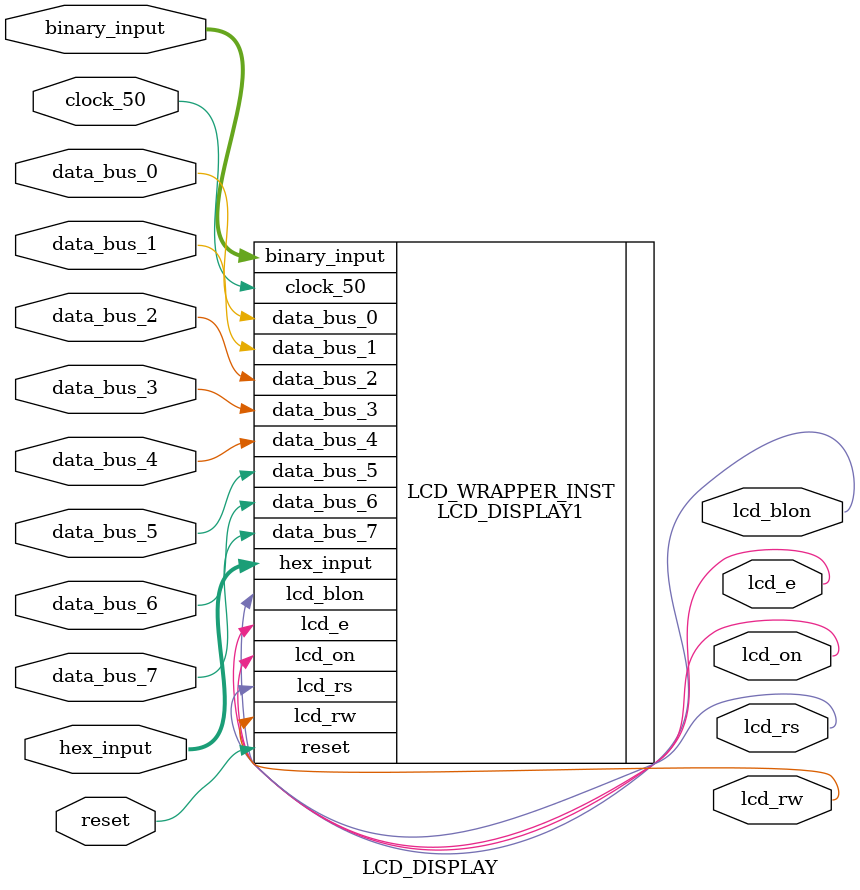
<source format=v>
module LCD_DISPLAY (
   input reset,
   input clock_50,
	input [3:0] binary_input,
	input [7:0] hex_input,
   output lcd_rs,
   output lcd_e,
   output lcd_rw,
   output lcd_on,
   output lcd_blon,
   inout data_bus_0,
   inout data_bus_1,
   inout data_bus_2,
   inout data_bus_3,
   inout data_bus_4,
   inout data_bus_5,
   inout data_bus_6,
   inout data_bus_7
);

// Declare internal signals to hold the values
reg [3:0] internal_LCD_CHAR_ARRAY;
reg [7:0] internal_Hex_Display_Data;
reg [24:0] delay_counter;  // Counter for delay

// Outputs connected to DISPLAY1
wire LCD_CHAR_ARRAY_0 = internal_LCD_CHAR_ARRAY[0];
wire LCD_CHAR_ARRAY_1 = internal_LCD_CHAR_ARRAY[1];
wire LCD_CHAR_ARRAY_2 = internal_LCD_CHAR_ARRAY[2];
wire LCD_CHAR_ARRAY_3 = internal_LCD_CHAR_ARRAY[3];
wire Hex_Display_Data_0 = internal_Hex_Display_Data[0];
wire Hex_Display_Data_1 = internal_Hex_Display_Data[1];
wire Hex_Display_Data_2 = internal_Hex_Display_Data[2];
wire Hex_Display_Data_3 = internal_Hex_Display_Data[3];
wire Hex_Display_Data_4 = internal_Hex_Display_Data[4];
wire Hex_Display_Data_5 = internal_Hex_Display_Data[5];
wire Hex_Display_Data_6 = internal_Hex_Display_Data[6];
wire Hex_Display_Data_7 = internal_Hex_Display_Data[7];


// Instantiate LCD_DISPLAY1 module and connect inputs and outputs
LCD_DISPLAY1 LCD_WRAPPER_INST (
   .reset              (reset),
   .clock_50           (clock_50),
   .lcd_rs             (lcd_rs),
   .lcd_e              (lcd_e),
   .lcd_rw             (lcd_rw),
   .lcd_on             (lcd_on),
   .lcd_blon           (lcd_blon),
   .data_bus_0         (data_bus_0),
   .data_bus_1         (data_bus_1),
   .data_bus_2         (data_bus_2),
   .data_bus_3         (data_bus_3),
   .data_bus_4         (data_bus_4),
   .data_bus_5         (data_bus_5),
   .data_bus_6         (data_bus_6),
   .data_bus_7         (data_bus_7),
   .binary_input       (binary_input),
	.hex_input			  (hex_input)
);
endmodule
</source>
